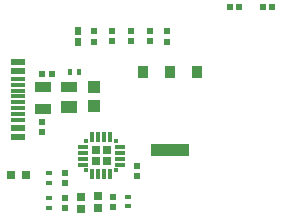
<source format=gbr>
%TF.GenerationSoftware,Altium Limited,Altium Designer,24.4.1 (13)*%
G04 Layer_Color=8421504*
%FSLAX45Y45*%
%MOMM*%
%TF.SameCoordinates,F106AC90-439F-428E-8782-533256F23A0D*%
%TF.FilePolarity,Positive*%
%TF.FileFunction,Paste,Top*%
%TF.Part,Single*%
G01*
G75*
%TA.AperFunction,SMDPad,CuDef*%
%ADD11R,0.40000X0.50000*%
%ADD12R,1.40000X0.90000*%
%ADD13R,1.40000X1.10000*%
%ADD14R,0.30000X0.30000*%
%ADD15R,0.90000X0.30000*%
%ADD16R,0.30000X0.90000*%
%ADD18R,0.50000X0.40000*%
%ADD19R,0.57247X0.61535*%
%ADD20R,0.67248X0.66817*%
%ADD21R,0.65000X0.65000*%
%ADD22R,3.20000X1.00429*%
%ADD23R,0.89000X1.00429*%
%ADD25R,0.55000X0.60000*%
%ADD26R,0.60000X0.55000*%
%TA.AperFunction,TestPad*%
%ADD27R,1.15000X0.60000*%
%TA.AperFunction,SMDPad,CuDef*%
%ADD28R,0.60000X0.50000*%
%ADD29R,0.50000X0.70000*%
%TA.AperFunction,TestPad*%
%ADD30R,1.15000X0.30000*%
%TA.AperFunction,SMDPad,CuDef*%
%ADD31R,1.00000X0.97500*%
%ADD32R,0.46818X0.47247*%
%TA.AperFunction,NonConductor*%
%ADD57R,0.65000X0.70000*%
%ADD78R,0.75000X0.75000*%
D11*
X1161795Y1300000D02*
D03*
X1081795D02*
D03*
D12*
X860000Y985000D02*
D03*
Y1175000D02*
D03*
X1080000D02*
D03*
D13*
Y1005000D02*
D03*
D14*
X1225000Y715000D02*
D03*
X1475000D02*
D03*
X1225000Y465000D02*
D03*
X1475000D02*
D03*
D15*
X1195000Y665000D02*
D03*
Y615000D02*
D03*
Y565000D02*
D03*
Y515000D02*
D03*
X1505000D02*
D03*
Y565000D02*
D03*
Y615000D02*
D03*
Y665000D02*
D03*
D16*
X1275000Y435000D02*
D03*
X1325000D02*
D03*
X1375000D02*
D03*
X1425000D02*
D03*
Y745000D02*
D03*
X1375000D02*
D03*
X1325000D02*
D03*
X1275000D02*
D03*
D18*
X910000Y230000D02*
D03*
Y150000D02*
D03*
X1580000Y240000D02*
D03*
Y160000D02*
D03*
X910000Y440000D02*
D03*
Y360000D02*
D03*
D19*
X1040000Y232856D02*
D03*
Y147144D02*
D03*
X1450000Y242856D02*
D03*
Y157144D02*
D03*
X1760000Y1557144D02*
D03*
Y1642856D02*
D03*
X1440000Y1557144D02*
D03*
Y1642856D02*
D03*
X1600000Y1557144D02*
D03*
Y1642856D02*
D03*
X1040000Y442856D02*
D03*
Y357144D02*
D03*
X1650000Y417144D02*
D03*
Y502856D02*
D03*
D20*
X1180000Y240215D02*
D03*
Y139785D02*
D03*
D21*
X1320000Y250000D02*
D03*
Y150000D02*
D03*
D22*
X1930000Y640500D02*
D03*
D23*
X1701000Y1299500D02*
D03*
X1930000D02*
D03*
X2159000D02*
D03*
D25*
X850000Y787500D02*
D03*
Y872500D02*
D03*
D26*
X930000Y1285000D02*
D03*
X845000D02*
D03*
D27*
X642850Y826200D02*
D03*
Y1306200D02*
D03*
Y1386200D02*
D03*
Y746200D02*
D03*
D28*
X1910000Y1645000D02*
D03*
Y1555000D02*
D03*
X1290000Y1645000D02*
D03*
Y1555000D02*
D03*
D29*
X1150000Y1645000D02*
D03*
Y1555000D02*
D03*
D30*
X642850Y1091200D02*
D03*
Y1041200D02*
D03*
Y991200D02*
D03*
Y1141200D02*
D03*
Y1191200D02*
D03*
Y1241200D02*
D03*
Y941200D02*
D03*
Y891200D02*
D03*
D31*
X1290000Y1008750D02*
D03*
Y1171250D02*
D03*
D32*
X2717285Y1845000D02*
D03*
X2797715D02*
D03*
X2517715D02*
D03*
X2437285D02*
D03*
D57*
X582500Y430000D02*
D03*
X717500D02*
D03*
D78*
X1302484Y637495D02*
D03*
X1397484D02*
D03*
X1302484Y542495D02*
D03*
X1397484D02*
D03*
%TF.MD5,3b93534270806e5ee54ac8d616bad304*%
M02*

</source>
